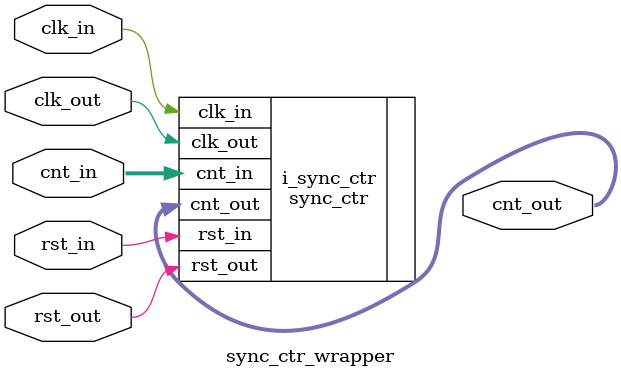
<source format=sv>
module sync_ctr_wrapper
(
    input  logic       clk_in,
    input  logic       rst_in,
    input  logic [7:0] cnt_in,
    input  logic       clk_out,
    input  logic       rst_out,
    output logic [7:0] cnt_out
);

    sync_ctr #(
        .CNT_WID   ( 8 ),
        .RST_VALUE ( '0 )
    ) i_sync_ctr   (
        .clk_in    ( clk_in ),
        .rst_in    ( rst_in ),
        .cnt_in    ( cnt_in ),
        .clk_out   ( clk_out ),
        .rst_out   ( rst_out ),
        .cnt_out   ( cnt_out )
    );

endmodule : sync_ctr_wrapper

</source>
